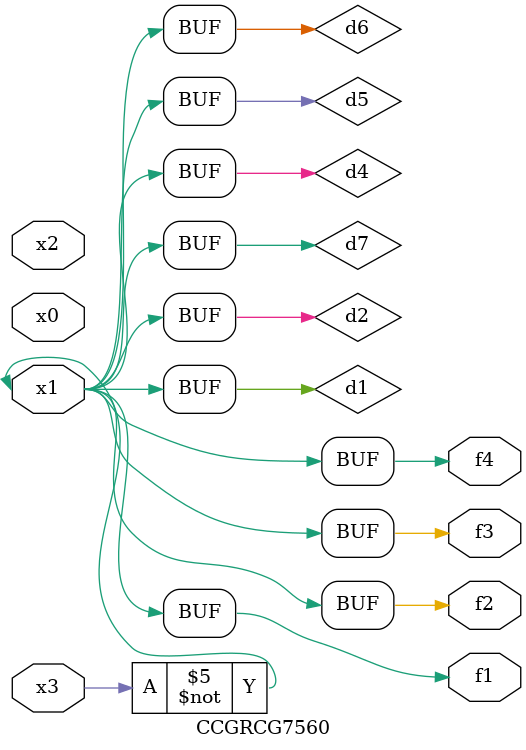
<source format=v>
module CCGRCG7560(
	input x0, x1, x2, x3,
	output f1, f2, f3, f4
);

	wire d1, d2, d3, d4, d5, d6, d7;

	not (d1, x3);
	buf (d2, x1);
	xnor (d3, d1, d2);
	nor (d4, d1);
	buf (d5, d1, d2);
	buf (d6, d4, d5);
	nand (d7, d4);
	assign f1 = d6;
	assign f2 = d7;
	assign f3 = d6;
	assign f4 = d6;
endmodule

</source>
